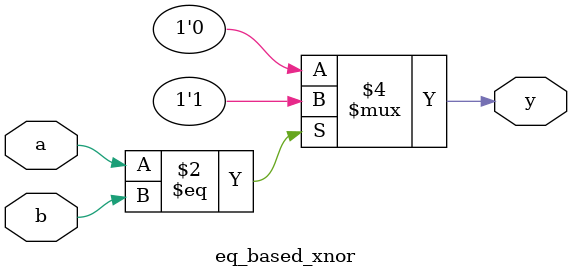
<source format=sv>
module eq_based_xnor (a, b, y);
    input a, b;
    output reg y;

    always @(*) begin
        if (a == b) begin
            y = 1'b1;
        end else begin
            y = 1'b0;
        end
    end
endmodule
</source>
